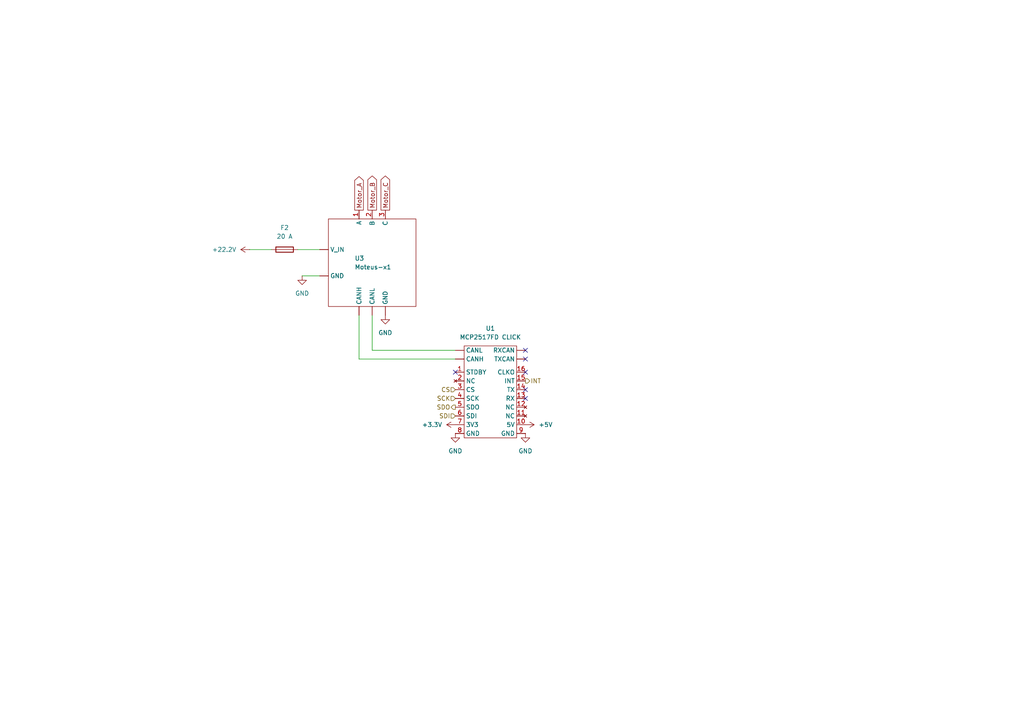
<source format=kicad_sch>
(kicad_sch (version 20250114) (generator "eeschema") (generator_version "9.0")
  (paper "A4")
  (lib_symbols
    (symbol "Custom_Parts:MCP2517FD_CLICK"
      (property "Reference" "U" (at 0 0 0))
      (symbol "MCP2517FD_CLICK_0_1"
        (rectangle (start -7.62 12.7) (end 7.62 -13.97))
      )
      (symbol "MCP2517FD_CLICK_1_1"
        (pin bidirectional line (at -10.16 11.43 0) (length 2.54) (name "CANL") (number ""))
        (pin bidirectional line (at -10.16 8.89 0) (length 2.54) (name "CANH") (number ""))
        (pin input line (at -10.16 5.08 0) (length 2.54) (name "STDBY") (number "1"))
        (pin no_connect line (at -10.16 2.54 0) (length 2.54) (name "NC") (number "2"))
        (pin input line (at -10.16 0 0) (length 2.54) (name "CS") (number "3"))
        (pin input line (at -10.16 -2.54 0) (length 2.54) (name "SCK") (number "4"))
        (pin output line (at -10.16 -5.08 0) (length 2.54) (name "SDO") (number "5"))
        (pin input line (at -10.16 -7.62 0) (length 2.54) (name "SDI") (number "6"))
        (pin power_in line (at -10.16 -10.16 0) (length 2.54) (name "3V3") (number "7"))
        (pin bidirectional line (at -10.16 -12.7 0) (length 2.54) (name "GND") (number "8"))
        (pin bidirectional line (at 10.16 11.43 180) (length 2.54) (name "RXCAN") (number ""))
        (pin bidirectional line (at 10.16 8.89 180) (length 2.54) (name "TXCAN") (number ""))
        (pin output line (at 10.16 5.08 180) (length 2.54) (name "CLKO") (number "16"))
        (pin bidirectional line (at 10.16 2.54 180) (length 2.54) (name "INT") (number "15"))
        (pin bidirectional line (at 10.16 0 180) (length 2.54) (name "TX") (number "14"))
        (pin bidirectional line (at 10.16 -2.54 180) (length 2.54) (name "RX") (number "13"))
        (pin no_connect line (at 10.16 -5.08 180) (length 2.54) (name "NC") (number "12"))
        (pin no_connect line (at 10.16 -7.62 180) (length 2.54) (name "NC") (number "11"))
        (pin power_in line (at 10.16 -10.16 180) (length 2.54) (name "5V") (number "10"))
        (pin bidirectional line (at 10.16 -12.7 180) (length 2.54) (name "GND") (number "9"))
      )
    )
    (symbol "Custom_Parts:Moteus-x1"
      (property "Reference" "U3" (at -5.08 1.27 0))
      (property "Value" "Moteus-x1" (at -5.08 -1.27 0))
      (symbol "Moteus-x1_0_1"
        (rectangle (start -12.7 12.7) (end 12.7 -12.7))
      )
      (symbol "Moteus-x1_1_1"
        (pin power_in line (at -15.24 3.81 0) (length 2.54) (name "V_IN") (number ""))
        (pin power_in line (at -15.24 -3.81 0) (length 2.54) (name "GND") (number ""))
        (pin bidirectional line (at -3.81 15.24 270) (length 2.54) (name "A") (number "1"))
        (pin bidirectional line (at -3.81 -15.24 90) (length 2.54) (name "CANH") (number ""))
        (pin bidirectional line (at 0 15.24 270) (length 2.54) (name "B") (number "2"))
        (pin bidirectional line (at 0 -15.24 90) (length 2.54) (name "CANL") (number ""))
        (pin bidirectional line (at 3.81 15.24 270) (length 2.54) (name "C") (number "3"))
        (pin power_in line (at 3.81 -15.24 90) (length 2.54) (name "GND") (number ""))
      )
    )
    (symbol "Device:Fuse" (pin_numbers (hide yes)) (pin_names (offset 0))
      (property "Reference" "F" (at 2.032 0 90))
      (property "Value" "Fuse" (at -1.905 0 90))
      (symbol "Fuse_0_1"
        (rectangle (start -0.762 -2.54) (end 0.762 2.54) (stroke (width 0.254)))
        (polyline (pts (xy 0 2.54) (xy 0 -2.54)))
      )
      (symbol "Fuse_1_1"
        (pin passive line (at 0 3.81 270) (length 1.27) (name "~") (number "1"))
        (pin passive line (at 0 -3.81 90) (length 1.27) (name "~") (number "2"))
      )
    )
    (symbol "power:+24V" (power) (pin_numbers (hide yes)) (pin_names (offset 0) (hide yes))
      (property "Value" "+24V" (at 0 3.556 0))
      (symbol "+24V_0_1"
        (polyline (pts (xy -0.762 1.27) (xy 0 2.54)))
        (polyline (pts (xy 0 2.54) (xy 0.762 1.27)))
        (polyline (pts (xy 0 0) (xy 0 2.54)))
      )
      (symbol "+24V_1_1"
        (pin power_in line (at 0 0 90) (length 0) (name "~") (number "1"))
      )
    )
    (symbol "power:+3.3V" (power) (pin_numbers (hide yes)) (pin_names (offset 0) (hide yes))
      (property "Value" "+3.3V" (at 0 3.556 0))
      (symbol "+3.3V_0_1"
        (polyline (pts (xy -0.762 1.27) (xy 0 2.54)))
        (polyline (pts (xy 0 2.54) (xy 0.762 1.27)))
        (polyline (pts (xy 0 0) (xy 0 2.54)))
      )
      (symbol "+3.3V_1_1"
        (pin power_in line (at 0 0 90) (length 0) (name "~") (number "1"))
      )
    )
    (symbol "power:+5V" (power) (pin_numbers (hide yes)) (pin_names (offset 0) (hide yes))
      (property "Value" "+5V" (at 0 3.556 0))
      (symbol "+5V_0_1"
        (polyline (pts (xy -0.762 1.27) (xy 0 2.54)))
        (polyline (pts (xy 0 2.54) (xy 0.762 1.27)))
        (polyline (pts (xy 0 0) (xy 0 2.54)))
      )
      (symbol "+5V_1_1"
        (pin power_in line (at 0 0 90) (length 0) (name "~") (number "1"))
      )
    )
    (symbol "power:GND" (power) (pin_numbers (hide yes)) (pin_names (offset 0) (hide yes))
      (property "Value" "GND" (at 0 -3.81 0))
      (symbol "GND_0_1"
        (polyline (pts (xy 0 0) (xy 0 -1.27) (xy 1.27 -1.27) (xy 0 -2.54) (xy -1.27 -1.27) (xy 0 -1.27)))
      )
      (symbol "GND_1_1"
        (pin power_in line (at 0 0 270) (length 0) (name "~") (number "1"))
      )
    )
  )
  (no_connect (at 152.4 104.14))
  (no_connect (at 152.4 101.6))
  (no_connect (at 152.4 107.95))
  (no_connect (at 152.4 115.57))
  (no_connect (at 132.08 107.95))
  (no_connect (at 152.4 113.03))
  (wire (pts (xy 72.39 72.39) (xy 78.74 72.39)))
  (wire (pts (xy 104.14 104.14) (xy 104.14 91.44)))
  (wire (pts (xy 107.95 91.44) (xy 107.95 101.6)))
  (wire (pts (xy 132.08 104.14) (xy 104.14 104.14)))
  (wire (pts (xy 86.36 72.39) (xy 92.71 72.39)))
  (wire (pts (xy 87.63 80.01) (xy 92.71 80.01)))
  (wire (pts (xy 107.95 101.6) (xy 132.08 101.6)))
  (global_label "Motor_B" (shape output) (at 107.95 60.96 90) (property "Intersheetrefs" "${INTERSHEET_REFS}" (effects (hide yes))))
  (global_label "Motor_A" (shape output) (at 104.14 60.96 90) (property "Intersheetrefs" "${INTERSHEET_REFS}" (effects (hide yes))))
  (global_label "Motor_C" (shape output) (at 111.76 60.96 90) (property "Intersheetrefs" "${INTERSHEET_REFS}" (effects (hide yes))))
  (hierarchical_label "INT" (shape output) (at 152.4 110.49 0))
  (hierarchical_label "SDI" (shape input) (at 132.08 120.65 180))
  (hierarchical_label "SCK" (shape input) (at 132.08 115.57 180))
  (hierarchical_label "SDO" (shape output) (at 132.08 118.11 180))
  (hierarchical_label "CS" (shape input) (at 132.08 113.03 180))
  (symbol (lib_id "Device:Fuse") (at 82.55 72.39 270) (unit 1)
    (property "Reference" "F2" (at 82.55 66.04 90))
    (property "Value" "20 A" (at 82.55 68.58 90))
    (property "Description" "Fuse" (effects (hide yes)))
  )
  (symbol (lib_id "power:+3.3V") (at 132.08 123.19 90) (unit 1)
    (property "Reference" "#PWR01" (effects (hide yes)))
    (property "Value" "+3.3V" (at 128.27 123.1899 90) (effects (justify left)))
    (property "Description" "Power symbol creates a global label with name \"+3.3V\"" (effects (hide yes)))
  )
  (symbol (lib_id "Custom_Parts:MCP2517FD_CLICK") (at 142.24 113.03 0) (unit 1)
    (property "Reference" "U1" (at 142.24 95.25 0))
    (property "Value" "MCP2517FD CLICK" (at 142.24 97.79 0))
  )
  (symbol (lib_id "power:GND") (at 132.08 125.73 0) (unit 1)
    (property "Reference" "#PWR02" (effects (hide yes)))
    (property "Value" "GND" (at 132.08 130.81 0))
    (property "Description" "Power symbol creates a global label with name \"GND\" , ground" (effects (hide yes)))
  )
  (symbol (lib_id "Custom_Parts:Moteus-x1") (at 107.95 76.2 0) (unit 1)
    (property "Reference" "U3" (at 102.87 74.93 0) (effects (justify left)))
    (property "Value" "Moteus-x1" (at 102.87 77.47 0) (effects (justify left)))
  )
  (symbol (lib_id "power:+5V") (at 152.4 123.19 270) (unit 1)
    (property "Reference" "#PWR04" (effects (hide yes)))
    (property "Value" "+5V" (at 156.21 123.1899 90) (effects (justify left)))
    (property "Description" "Power symbol creates a global label with name \"+5V\"" (effects (hide yes)))
  )
  (symbol (lib_id "power:GND") (at 152.4 125.73 0) (unit 1)
    (property "Reference" "#PWR03" (effects (hide yes)))
    (property "Value" "GND" (at 152.4 130.81 0))
    (property "Description" "Power symbol creates a global label with name \"GND\" , ground" (effects (hide yes)))
  )
  (symbol (lib_id "power:GND") (at 87.63 80.01 0) (unit 1)
    (property "Reference" "#PWR017" (effects (hide yes)))
    (property "Value" "GND" (at 87.63 85.09 0))
    (property "Description" "Power symbol creates a global label with name \"GND\" , ground" (effects (hide yes)))
  )
  (symbol (lib_id "power:+24V") (at 72.39 72.39 90) (unit 1)
    (property "Reference" "#PWR016" (effects (hide yes)))
    (property "Value" "+22.2V" (at 68.58 72.3899 90) (effects (justify left)))
    (property "Description" "Power symbol creates a global label with name \"+24V\"" (effects (hide yes)))
  )
  (symbol (lib_id "power:GND") (at 111.76 91.44 0) (unit 1)
    (property "Reference" "#PWR05" (effects (hide yes)))
    (property "Value" "GND" (at 111.76 96.52 0))
    (property "Description" "Power symbol creates a global label with name \"GND\" , ground" (effects (hide yes)))
  )
)
</source>
